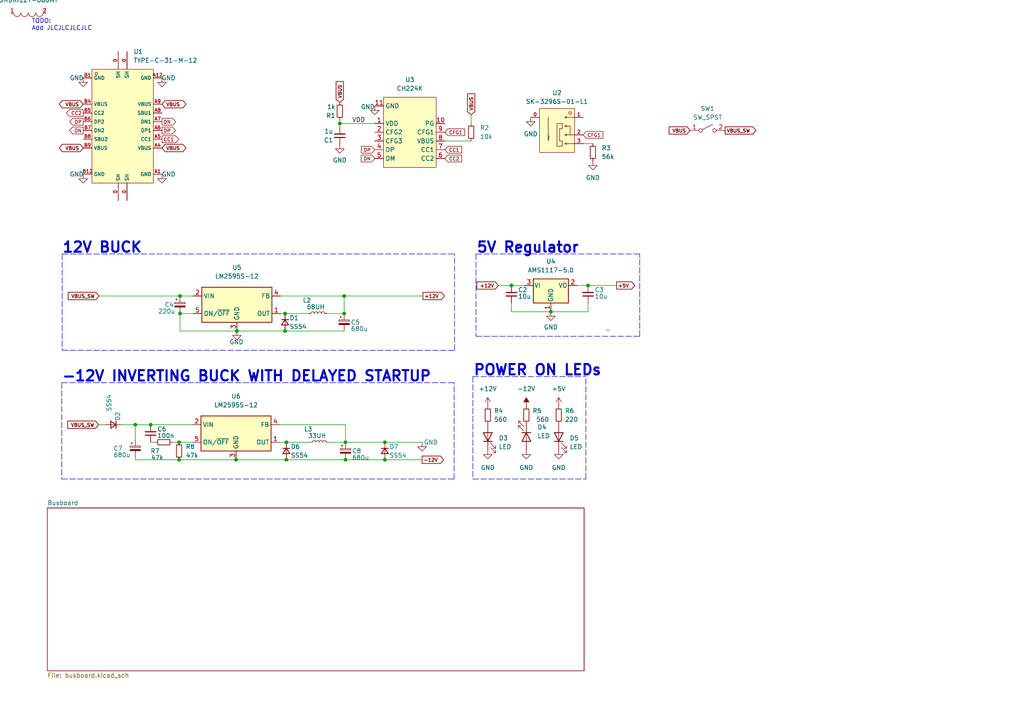
<source format=kicad_sch>
(kicad_sch (version 20211123) (generator eeschema)
  (paper "A4")
  (lib_symbols
    (symbol "Device:C_Polarized_Small" (pin_numbers hide) (pin_names (offset 0.254) hide)
      (property "Reference" "C" (at 0.254 1.778 0))
      (property "Value" "C_Polarized_Small" (at 0.254 -2.032 0))
      (symbol "C_Polarized_Small_0_1"
        (rectangle (start -1.524 -0.3048) (end 1.524 -0.6858) (fill (type outline)))
        (rectangle (start -1.524 0.6858) (end 1.524 0.3048))
        (polyline (pts (xy -1.27 1.524) (xy -0.762 1.524)))
        (polyline (pts (xy -1.016 1.27) (xy -1.016 1.778)))
      )
      (symbol "C_Polarized_Small_1_1"
        (pin passive line (at 0 2.54 270) (length 1.8542) (name "~") (number "1"))
        (pin passive line (at 0 -2.54 90) (length 1.8542) (name "~") (number "2"))
      )
    )
    (symbol "Device:C_Small" (pin_numbers hide) (pin_names (offset 0.254) hide)
      (property "Reference" "C" (at 0.254 1.778 0))
      (property "Value" "C_Small" (at 0.254 -2.032 0))
      (symbol "C_Small_0_1"
        (polyline (pts (xy -1.524 -0.508) (xy 1.524 -0.508)) (stroke (width 0.3302)))
        (polyline (pts (xy -1.524 0.508) (xy 1.524 0.508)) (stroke (width 0.3048)))
      )
      (symbol "C_Small_1_1"
        (pin passive line (at 0 2.54 270) (length 2.032) (name "~") (number "1"))
        (pin passive line (at 0 -2.54 90) (length 2.032) (name "~") (number "2"))
      )
    )
    (symbol "Device:D_Small" (pin_numbers hide) (pin_names (offset 0.254) hide)
      (property "Reference" "D" (at -1.27 2.032 0))
      (property "Value" "D_Small" (at -3.81 -2.032 0))
      (symbol "D_Small_0_1"
        (polyline (pts (xy -0.762 -1.016) (xy -0.762 1.016)) (stroke (width 0.254)))
        (polyline (pts (xy -0.762 0) (xy 0.762 0)))
        (polyline (pts (xy 0.762 -1.016) (xy -0.762 0) (xy 0.762 1.016) (xy 0.762 -1.016)) (stroke (width 0.254)))
      )
      (symbol "D_Small_1_1"
        (pin passive line (at -2.54 0 0) (length 1.778) (name "K") (number "1"))
        (pin passive line (at 2.54 0 180) (length 1.778) (name "A") (number "2"))
      )
    )
    (symbol "Device:LED" (pin_numbers hide) (pin_names (offset 1.016) hide)
      (property "Reference" "D" (at 0 2.54 0))
      (property "Value" "LED" (at 0 -2.54 0))
      (symbol "LED_0_1"
        (polyline (pts (xy -1.27 -1.27) (xy -1.27 1.27)) (stroke (width 0.254)))
        (polyline (pts (xy -1.27 0) (xy 1.27 0)))
        (polyline (pts (xy 1.27 -1.27) (xy 1.27 1.27) (xy -1.27 0) (xy 1.27 -1.27)) (stroke (width 0.254)))
        (polyline (pts (xy -3.048 -0.762) (xy -4.572 -2.286) (xy -3.81 -2.286) (xy -4.572 -2.286) (xy -4.572 -1.524)))
        (polyline (pts (xy -1.778 -0.762) (xy -3.302 -2.286) (xy -2.54 -2.286) (xy -3.302 -2.286) (xy -3.302 -1.524)))
      )
      (symbol "LED_1_1"
        (pin passive line (at -3.81 0 0) (length 2.54) (name "K") (number "1"))
        (pin passive line (at 3.81 0 180) (length 2.54) (name "A") (number "2"))
      )
    )
    (symbol "Device:L_Small" (pin_numbers hide) (pin_names (offset 0.254) hide)
      (property "Reference" "L" (at 0.762 1.016 0))
      (property "Value" "L_Small" (at 0.762 -1.016 0))
      (symbol "L_Small_0_1"
        (arc (start 0 -2.032) (mid 0.508 -1.524) (end 0 -1.016))
        (arc (start 0 -1.016) (mid 0.508 -0.508) (end 0 0))
        (arc (start 0 0) (mid 0.508 0.508) (end 0 1.016))
        (arc (start 0 1.016) (mid 0.508 1.524) (end 0 2.032))
      )
      (symbol "L_Small_1_1"
        (pin passive line (at 0 2.54 270) (length 0.508) (name "~") (number "1"))
        (pin passive line (at 0 -2.54 90) (length 0.508) (name "~") (number "2"))
      )
    )
    (symbol "Device:R_Small" (pin_numbers hide) (pin_names (offset 0.254) hide)
      (property "Reference" "R" (at 0.762 0.508 0))
      (property "Value" "R_Small" (at 0.762 -1.016 0))
      (symbol "R_Small_0_1"
        (rectangle (start -0.762 1.778) (end 0.762 -1.778) (stroke (width 0.2032)))
      )
      (symbol "R_Small_1_1"
        (pin passive line (at 0 2.54 270) (length 0.762) (name "~") (number "1"))
        (pin passive line (at 0 -2.54 90) (length 0.762) (name "~") (number "2"))
      )
    )
    (symbol "PWR1-other:CH224K"
      (property "Reference" "U" (at 3.81 6.35 0))
      (property "Value" "CH224K" (at 17.78 3.81 0))
      (symbol "CH224K_0_0"
        (pin power_in line (at 0 -2.54 0) (length 2.54) (name "VDD") (number "1"))
        (pin input line (at 20.32 -2.54 180) (length 2.54) (name "PG") (number "10"))
        (pin power_in line (at 0 2.54 0) (length 2.54) (name "GND") (number "11"))
        (pin input line (at 0 -5.08 0) (length 2.54) (name "CFG2") (number "2"))
        (pin input line (at 0 -7.62 0) (length 2.54) (name "CFG3") (number "3"))
        (pin input line (at 0 -10.16 0) (length 2.54) (name "DP") (number "4"))
        (pin input line (at 0 -12.7 0) (length 2.54) (name "DM") (number "5"))
        (pin output line (at 20.32 -12.7 180) (length 2.54) (name "CC2") (number "6"))
        (pin input line (at 20.32 -10.16 180) (length 2.54) (name "CC1") (number "7"))
        (pin power_in line (at 20.32 -7.62 180) (length 2.54) (name "VBUS") (number "8"))
        (pin input line (at 20.32 -5.08 180) (length 2.54) (name "CFG1") (number "9"))
      )
      (symbol "CH224K_0_1"
        (rectangle (start 2.54 5.08) (end 17.78 -15.24) (fill (type background)))
      )
    )
    (symbol "PWR1LCSC1:SK-3296S-01-L1" (pin_names hide)
      (property "Reference" "U" (at 0 1.27 0))
      (property "Value" "SK-3296S-01-L1" (at 0 -2.54 0))
      (symbol "SK-3296S-01-L1_0_0"
        (rectangle (start -5.08 -7.62) (end 5.08 -20.32) (fill (type background)))
        (circle (center -3.81 -8.89) (radius 0.381) (fill (type background)))
        (polyline (pts (xy -5.08 -15.24) (xy -2.54 -15.24)))
        (polyline (pts (xy -5.08 -10.16) (xy -2.54 -10.16)))
        (polyline (pts (xy -4.826 -17.78) (xy -2.54 -17.78)))
        (polyline (pts (xy -2.286 -17.78) (xy -2.794 -18.034)))
        (polyline (pts (xy -2.286 -17.78) (xy -2.794 -17.526)))
        (polyline (pts (xy -2.286 -15.24) (xy -2.794 -15.494)))
        (polyline (pts (xy -2.286 -15.24) (xy -2.794 -14.986)))
        (polyline (pts (xy -2.286 -12.7) (xy -2.794 -12.954)))
        (polyline (pts (xy -2.286 -12.7) (xy -2.794 -12.446)))
        (polyline (pts (xy -2.286 -10.16) (xy -2.794 -10.414)))
        (polyline (pts (xy -2.286 -10.16) (xy -2.794 -9.906)))
        (polyline (pts (xy -3.81 -15.24) (xy -3.81 -12.7) (xy -2.54 -12.7)))
        (polyline (pts (xy 2.54 -10.16) (xy 2.54 -17.018) (xy 2.286 -15.494)))
        (polyline (pts (xy -1.524 -11.938) (xy 0 -11.938) (xy 0 -18.542) (xy -1.524 -18.542) (xy -1.524 -17.018) (xy -0.762 -17.018) (xy -0.762 -13.462) (xy -1.524 -13.462) (xy -1.524 -11.938)))
        (pin unspecified line (at 7.62 -10.16 180) (length 2.54) (name "0") (number "0"))
        (pin unspecified line (at -7.62 -10.16 0) (length 2.54) (name "1") (number "1"))
        (pin unspecified line (at -7.62 -15.24 0) (length 2.54) (name "2") (number "2"))
        (pin unspecified line (at -7.62 -17.78 0) (length 2.54) (name "3") (number "3"))
      )
    )
    (symbol "PWR1LCSC1:SMDRI127-680MT" (pin_names hide)
      (property "Reference" "L" (at 0 1.27 0))
      (property "Value" "SMDRI127-680MT" (at 0 -2.54 0))
      (symbol "SMDRI127-680MT_0_0"
        (arc (start -105.8858 63.3989) (mid -104.759 62.5073) (end -103.8674 63.6341))
        (arc (start -103.7318 63.3999) (mid -102.6047 62.5086) (end -101.7135 63.6357))
        (arc (start -101.5804 63.3999) (mid -100.4534 62.5086) (end -99.5622 63.6357))
        (arc (start -99.3872 63.3989) (mid -98.2604 62.5073) (end -97.3688 63.6341))
        (pin unspecified line (at -106.68 63.5 0) (length 0.762) (name "1") (number "1"))
        (pin unspecified line (at -96.52 63.5 180) (length 0.762) (name "2") (number "2"))
      )
    )
    (symbol "PWR1LCSC1:TYPE-C-31-M-12"
      (property "Reference" "U" (at 0 1.27 0))
      (property "Value" "TYPE-C-31-M-12" (at 0 -2.54 0))
      (symbol "TYPE-C-31-M-12_0_0"
        (rectangle (start -7.62 2.54) (end 10.16 -30.48) (fill (type background)))
        (circle (center -6.35 1.27) (radius 0.381) (fill (type background)))
        (pin unspecified line (at 0 -35.56 90) (length 5.08) (name "SH") (number "0"))
        (pin unspecified line (at 0 7.62 270) (length 5.08) (name "SH") (number "0"))
        (pin unspecified line (at 2.54 -35.56 90) (length 5.08) (name "SH") (number "0"))
        (pin unspecified line (at 2.54 7.62 270) (length 5.08) (name "SH") (number "0"))
        (pin unspecified line (at 12.7 -27.94 180) (length 2.54) (name "GND") (number "A1"))
        (pin unspecified line (at 12.7 0 180) (length 2.54) (name "GND") (number "A12"))
        (pin unspecified line (at 12.7 -20.32 180) (length 2.54) (name "VBUS") (number "A4"))
        (pin unspecified line (at 12.7 -17.78 180) (length 2.54) (name "CC1") (number "A5"))
        (pin unspecified line (at 12.7 -15.24 180) (length 2.54) (name "DP1") (number "A6"))
        (pin unspecified line (at 12.7 -12.7 180) (length 2.54) (name "DN1") (number "A7"))
        (pin unspecified line (at 12.7 -10.16 180) (length 2.54) (name "SBU1") (number "A8"))
        (pin unspecified line (at 12.7 -7.62 180) (length 2.54) (name "VBUS") (number "A9"))
        (pin unspecified line (at -10.16 0 0) (length 2.54) (name "GND") (number "B1"))
        (pin unspecified line (at -10.16 -27.94 0) (length 2.54) (name "GND") (number "B12"))
        (pin unspecified line (at -10.16 -7.62 0) (length 2.54) (name "VBUS") (number "B4"))
        (pin unspecified line (at -10.16 -10.16 0) (length 2.54) (name "CC2") (number "B5"))
        (pin unspecified line (at -10.16 -12.7 0) (length 2.54) (name "DP2") (number "B6"))
        (pin unspecified line (at -10.16 -15.24 0) (length 2.54) (name "DN2") (number "B7"))
        (pin unspecified line (at -10.16 -17.78 0) (length 2.54) (name "SBU2") (number "B8"))
        (pin unspecified line (at -10.16 -20.32 0) (length 2.54) (name "VBUS") (number "B9"))
      )
    )
    (symbol "Regulator_Linear:AMS1117-5.0" (pin_names (offset 0.254))
      (property "Reference" "U" (at -3.81 3.175 0))
      (property "Value" "AMS1117-5.0" (at 0 3.175 0))
      (symbol "AMS1117-5.0_0_1"
        (rectangle (start -5.08 -5.08) (end 5.08 1.905) (stroke (width 0.254)) (fill (type background)))
      )
      (symbol "AMS1117-5.0_1_1"
        (pin power_in line (at 0 -7.62 90) (length 2.54) (name "GND") (number "1"))
        (pin power_out line (at 7.62 0 180) (length 2.54) (name "VO") (number "2"))
        (pin power_in line (at -7.62 0 0) (length 2.54) (name "VI") (number "3"))
      )
    )
    (symbol "Regulator_Switching:LM2595S-12"
      (property "Reference" "U" (at -10.16 6.35 0))
      (property "Value" "LM2595S-12" (at 0 6.35 0))
      (symbol "LM2595S-12_0_1"
        (rectangle (start -10.16 5.08) (end 10.16 -5.08) (stroke (width 0.254)) (fill (type background)))
      )
      (symbol "LM2595S-12_1_1"
        (pin output line (at 12.7 -2.54 180) (length 2.54) (name "OUT") (number "1"))
        (pin power_in line (at -12.7 2.54 0) (length 2.54) (name "VIN") (number "2"))
        (pin power_in line (at 0 -7.62 90) (length 2.54) (name "GND") (number "3"))
        (pin input line (at 12.7 2.54 180) (length 2.54) (name "FB") (number "4"))
        (pin input line (at -12.7 -2.54 0) (length 2.54) (name "ON/~{OFF}") (number "5"))
      )
    )
    (symbol "Switch:SW_SPST" (pin_names (offset 0) hide)
      (property "Reference" "SW" (at 0 3.175 0))
      (property "Value" "SW_SPST" (at 0 -2.54 0))
      (symbol "SW_SPST_0_0"
        (circle (center -2.032 0) (radius 0.508))
        (polyline (pts (xy -1.524 0.254) (xy 1.524 1.778)))
        (circle (center 2.032 0) (radius 0.508))
      )
      (symbol "SW_SPST_1_1"
        (pin passive line (at -5.08 0 0) (length 2.54) (name "A") (number "1"))
        (pin passive line (at 5.08 0 180) (length 2.54) (name "B") (number "2"))
      )
    )
    (symbol "power:+12V" (power) (pin_names (offset 0))
      (property "Value" "+12V" (at 0 3.556 0))
      (symbol "+12V_0_1"
        (polyline (pts (xy -0.762 1.27) (xy 0 2.54)))
        (polyline (pts (xy 0 0) (xy 0 2.54)))
        (polyline (pts (xy 0 2.54) (xy 0.762 1.27)))
      )
      (symbol "+12V_1_1"
        (pin power_in line (at 0 0 90) (length 0) hide (name "+12V") (number "1"))
      )
    )
    (symbol "power:+5V" (power) (pin_names (offset 0))
      (property "Value" "+5V" (at 0 3.556 0))
      (symbol "+5V_0_1"
        (polyline (pts (xy -0.762 1.27) (xy 0 2.54)))
        (polyline (pts (xy 0 0) (xy 0 2.54)))
        (polyline (pts (xy 0 2.54) (xy 0.762 1.27)))
      )
      (symbol "+5V_1_1"
        (pin power_in line (at 0 0 90) (length 0) hide (name "+5V") (number "1"))
      )
    )
    (symbol "power:-12V" (power) (pin_names (offset 0))
      (property "Value" "-12V" (at 0 3.81 0))
      (symbol "-12V_0_0"
        (pin power_in line (at 0 0 90) (length 0) hide (name "-12V") (number "1"))
      )
      (symbol "-12V_0_1"
        (polyline (pts (xy 0 0) (xy 0 1.27) (xy 0.762 1.27) (xy 0 2.54) (xy -0.762 1.27) (xy 0 1.27)) (fill (type outline)))
      )
    )
    (symbol "power:GND" (power) (pin_names (offset 0))
      (property "Value" "GND" (at 0 -3.81 0))
      (symbol "GND_0_1"
        (polyline (pts (xy 0 0) (xy 0 -1.27) (xy 1.27 -1.27) (xy 0 -2.54) (xy -1.27 -1.27) (xy 0 -1.27)))
      )
      (symbol "GND_1_1"
        (pin power_in line (at 0 0 270) (length 0) hide (name "GND") (number "1"))
      )
    )
  )
  (junction (at 98.552 35.814))
  (junction (at 51.943 128.27))
  (junction (at 111.633 128.27))
  (junction (at 43.688 123.19))
  (junction (at 52.197 85.852))
  (junction (at 68.453 133.35))
  (junction (at 100.203 133.35))
  (junction (at 52.197 90.932))
  (junction (at 159.766 90.424))
  (junction (at 111.633 133.35))
  (junction (at 51.943 133.35))
  (junction (at 83.058 128.27))
  (junction (at 99.822 90.932))
  (junction (at 82.677 96.012))
  (junction (at 39.243 123.19))
  (junction (at 170.561 82.804))
  (junction (at 68.707 96.012))
  (junction (at 100.203 128.27))
  (junction (at 82.677 90.932))
  (junction (at 148.336 82.804))
  (junction (at 99.822 85.852))
  (junction (at 83.058 133.35))
  (polyline (pts (xy 17.907 110.998) (xy 131.699 110.998)))
  (wire (pts (xy 51.943 128.27) (xy 55.753 128.27)))
  (polyline (pts (xy 185.547 97.536) (xy 185.547 73.66)))
  (wire (pts (xy 167.386 82.804) (xy 170.561 82.804)))
  (wire (pts (xy 100.203 133.35) (xy 111.633 133.35)))
  (wire (pts (xy 52.197 90.932) (xy 56.007 90.932)))
  (wire (pts (xy 170.561 82.804) (xy 178.816 82.804)))
  (wire (pts (xy 98.552 35.814) (xy 98.552 36.83)))
  (wire (pts (xy 111.633 128.27) (xy 122.428 128.27)))
  (wire (pts (xy 28.702 85.852) (xy 52.197 85.852)))
  (polyline (pts (xy 138.049 73.66) (xy 185.547 73.66)))
  (wire (pts (xy 81.407 90.932) (xy 82.677 90.932)))
  (wire (pts (xy 43.688 128.27) (xy 44.958 128.27)))
  (polyline (pts (xy 138.049 73.66) (xy 138.049 97.536)))
  (wire (pts (xy 144.526 82.804) (xy 148.336 82.804)))
  (wire (pts (xy 39.243 133.35) (xy 51.943 133.35)))
  (wire (pts (xy 35.433 123.19) (xy 39.243 123.19)))
  (wire (pts (xy 82.677 96.012) (xy 99.822 96.012)))
  (wire (pts (xy 111.633 133.35) (xy 122.428 133.35)))
  (wire (pts (xy 68.707 96.012) (xy 82.677 96.012)))
  (wire (pts (xy 170.561 90.424) (xy 159.766 90.424)))
  (polyline (pts (xy 131.826 101.6) (xy 131.826 73.66)))
  (polyline (pts (xy 137.16 109.22) (xy 169.926 109.22)))
  (polyline (pts (xy 18.034 101.6) (xy 131.826 101.6)))
  (wire (pts (xy 129.032 40.894) (xy 136.652 40.894)))
  (polyline (pts (xy 131.699 138.938) (xy 131.699 110.998)))
  (wire (pts (xy 169.164 41.656) (xy 171.958 41.656)))
  (wire (pts (xy 68.453 133.35) (xy 83.058 133.35)))
  (wire (pts (xy 136.652 33.274) (xy 136.652 35.814)))
  (polyline (pts (xy 137.16 138.938) (xy 169.926 138.938)))
  (wire (pts (xy 52.197 85.852) (xy 56.007 85.852)))
  (wire (pts (xy 94.742 90.932) (xy 99.822 90.932)))
  (wire (pts (xy 99.822 85.852) (xy 99.822 90.932)))
  (wire (pts (xy 83.058 133.35) (xy 100.203 133.35)))
  (wire (pts (xy 100.203 128.27) (xy 111.633 128.27)))
  (wire (pts (xy 39.243 127.508) (xy 39.243 123.19)))
  (wire (pts (xy 30.353 123.19) (xy 28.575 123.19)))
  (polyline (pts (xy 17.907 110.998) (xy 17.907 138.938)))
  (wire (pts (xy 50.038 128.27) (xy 51.943 128.27)))
  (polyline (pts (xy 137.16 109.22) (xy 137.16 138.938)))
  (polyline (pts (xy 18.034 73.66) (xy 131.826 73.66)))
  (wire (pts (xy 98.552 35.814) (xy 108.712 35.814)))
  (wire (pts (xy 175.768 95.758) (xy 176.784 95.758)))
  (wire (pts (xy 148.336 87.884) (xy 148.336 90.424)))
  (wire (pts (xy 170.561 87.884) (xy 170.561 90.424)))
  (wire (pts (xy 148.336 82.804) (xy 152.146 82.804)))
  (wire (pts (xy 39.243 123.19) (xy 43.688 123.19)))
  (wire (pts (xy 81.407 85.852) (xy 99.822 85.852)))
  (wire (pts (xy 52.197 90.932) (xy 52.197 96.012)))
  (polyline (pts (xy 169.926 138.938) (xy 169.926 109.22)))
  (wire (pts (xy 68.707 96.012) (xy 52.197 96.012)))
  (polyline (pts (xy 17.907 138.938) (xy 131.699 138.938)))
  (wire (pts (xy 81.153 123.19) (xy 100.203 123.19)))
  (wire (pts (xy 82.677 90.932) (xy 89.662 90.932)))
  (wire (pts (xy 83.058 128.27) (xy 90.043 128.27)))
  (polyline (pts (xy 18.034 73.66) (xy 18.034 101.6)))
  (wire (pts (xy 51.943 133.35) (xy 68.453 133.35)))
  (wire (pts (xy 148.336 90.424) (xy 159.766 90.424)))
  (polyline (pts (xy 138.049 97.536) (xy 185.547 97.536)))
  (wire (pts (xy 99.822 85.852) (xy 122.682 85.852)))
  (wire (pts (xy 43.688 123.19) (xy 55.753 123.19)))
  (wire (pts (xy 95.123 128.27) (xy 100.203 128.27)))
  (wire (pts (xy 81.153 128.27) (xy 83.058 128.27)))
  (wire (pts (xy 39.243 132.588) (xy 39.243 133.35)))
  (wire (pts (xy 98.552 34.798) (xy 98.552 35.814)))
  (wire (pts (xy 100.203 123.19) (xy 100.203 128.27)))
  (text "POWER ON LEDs" (at 137.16 109.22 0) (effects (font (size 3 3) (thickness 0.6) bold) (justify left bottom)))
  (text "12V BUCK" (at 17.907 73.66 0) (effects (font (size 3 3) (thickness 0.6) bold) (justify left bottom)))
  (text "5V Regulator" (at 138.049 73.66 0) (effects (font (size 3 3) (thickness 0.6) bold) (justify left bottom)))
  (text "-12V INVERTING BUCK WITH DELAYED STARTUP" (at 17.78 110.998 0) (effects (font (size 3 3) (thickness 0.6) bold) (justify left bottom)))
  (text "TODO:\nAdd JLCJLCJLCJLC" (at 9.144 9.017 0) (effects (font (size 1.27 1.27)) (justify left bottom)))
  (label "VDD" (at 102.108 35.814 0))
  (global_label "CC1" (shape input) (at 129.032 43.434 0) (effects (font (size 1 1))) (property "Intersheet References" "${INTERSHEET_REFS}" (effects hide)))
  (global_label "CFG1" (shape input) (at 169.164 39.116 0) (effects (font (size 1 1))) (property "Intersheet References" "${INTERSHEET_REFS}" (effects hide)))
  (global_label "-12V" (shape output) (at 122.428 133.35 0) (effects (font (size 1 1) (thickness 0.2) bold)) (property "Intersheet References" "${INTERSHEET_REFS}" (effects hide)))
  (global_label "DN" (shape input) (at 108.712 45.974 180) (effects (font (size 1 1))) (property "Intersheet References" "${INTERSHEET_REFS}" (effects hide)))
  (global_label "+12V" (shape output) (at 122.682 85.852 0) (effects (font (size 1 1) (thickness 0.2) bold)) (property "Intersheet References" "${INTERSHEET_REFS}" (effects hide)))
  (global_label "CC2" (shape output) (at 24.13 32.766 180) (effects (font (size 1 1))) (property "Intersheet References" "${INTERSHEET_REFS}" (effects hide)))
  (global_label "DP" (shape output) (at 46.99 37.846 0) (effects (font (size 1 1))) (property "Intersheet References" "${INTERSHEET_REFS}" (effects hide)))
  (global_label "+5V" (shape output) (at 178.816 82.804 0) (effects (font (size 1 1) (thickness 0.2) bold)) (property "Intersheet References" "${INTERSHEET_REFS}" (effects hide)))
  (global_label "VBUS" (shape bidirectional) (at 46.99 42.926 0) (effects (font (size 1 1) (thickness 0.2) bold)) (property "Intersheet References" "${INTERSHEET_REFS}" (effects hide)))
  (global_label "VBUS" (shape bidirectional) (at 24.13 42.926 180) (effects (font (size 1 1) (thickness 0.2) bold)) (property "Intersheet References" "${INTERSHEET_REFS}" (effects hide)))
  (global_label "VBUS" (shape bidirectional) (at 24.13 30.226 180) (effects (font (size 1 1) (thickness 0.2) bold)) (property "Intersheet References" "${INTERSHEET_REFS}" (effects hide)))
  (global_label "CFG1" (shape input) (at 129.032 38.354 0) (effects (font (size 1 1))) (property "Intersheet References" "${INTERSHEET_REFS}" (effects hide)))
  (global_label "VBUS" (shape input) (at 136.652 33.274 90) (effects (font (size 1 1) bold)) (property "Intersheet References" "${INTERSHEET_REFS}" (effects hide)))
  (global_label "VBUS" (shape input) (at 98.552 29.718 90) (effects (font (size 1 1) (thickness 0.2) bold)) (property "Intersheet References" "${INTERSHEET_REFS}" (effects hide)))
  (global_label "CC2" (shape input) (at 129.032 45.974 0) (effects (font (size 1 1))) (property "Intersheet References" "${INTERSHEET_REFS}" (effects hide)))
  (global_label "VBUS" (shape input) (at 200.152 37.846 180) (effects (font (size 1 1) (thickness 0.2) bold)) (property "Intersheet References" "${INTERSHEET_REFS}" (effects hide)))
  (global_label "DN" (shape output) (at 46.99 35.306 0) (effects (font (size 1 1))) (property "Intersheet References" "${INTERSHEET_REFS}" (effects hide)))
  (global_label "VBUS_SW" (shape input) (at 28.575 123.19 180) (effects (font (size 1 1) (thickness 0.2) bold)) (property "Intersheet References" "${INTERSHEET_REFS}" (effects hide)))
  (global_label "DN" (shape output) (at 24.13 37.846 180) (effects (font (size 1 1))) (property "Intersheet References" "${INTERSHEET_REFS}" (effects hide)))
  (global_label "CC1" (shape output) (at 46.99 40.386 0) (effects (font (size 1 1))) (property "Intersheet References" "${INTERSHEET_REFS}" (effects hide)))
  (global_label "DP" (shape output) (at 24.13 35.306 180) (effects (font (size 1 1))) (property "Intersheet References" "${INTERSHEET_REFS}" (effects hide)))
  (global_label "DP" (shape input) (at 108.712 43.434 180) (effects (font (size 1 1))) (property "Intersheet References" "${INTERSHEET_REFS}" (effects hide)))
  (global_label "VBUS" (shape bidirectional) (at 46.99 30.226 0) (effects (font (size 1 1) (thickness 0.2) bold)) (property "Intersheet References" "${INTERSHEET_REFS}" (effects hide)))
  (global_label "+12V" (shape input) (at 144.526 82.804 180) (effects (font (size 1 1) (thickness 0.2) bold)) (property "Intersheet References" "${INTERSHEET_REFS}" (effects hide)))
  (global_label "VBUS_SW" (shape output) (at 210.312 37.846 0) (effects (font (size 1 1) (thickness 0.2) bold)) (property "Intersheet References" "${INTERSHEET_REFS}" (effects hide)))
  (global_label "VBUS_SW" (shape input) (at 28.702 85.852 180) (effects (font (size 1 1) (thickness 0.2) bold)) (property "Intersheet References" "${INTERSHEET_REFS}" (effects hide)))
  (symbol (lib_id "Device:C_Polarized_Small") (at 100.203 130.81 0) (unit 1)
    (property "Reference" "C8" (at 102.108 130.81 0) (effects (justify left)))
    (property "Value" "680u" (at 102.108 132.715 0) (effects (justify left)))
    (property "Footprint" "Capacitor_SMD:CP_Elec_10x10" (effects hide))
    (property "Datasheet" "https://jlcpcb.com/partdetail/Nichicon-UCD1H221MNL1GS/C116211" (effects hide))
  )
  (symbol (lib_id "power:GND") (at 108.712 30.734 0) (unit 1)
    (property "Reference" "#PWR03" (effects hide))
    (property "Value" "GND" (at 106.68 30.988 0))
  )
  (symbol (lib_id "PWR1-other:CH224K") (at 108.712 33.274 0) (unit 1)
    (property "Reference" "U3" (at 118.872 23.114 0))
    (property "Value" "CH224K" (at 118.872 25.654 0))
    (property "Footprint" "footprint:SSOP-10_L5.0-W3.9-P1.00-LS6.0-BL-EP" (effects hide))
    (property "Datasheet" "https://www.lcsc.com/product-detail/USB-ICs_WCH-Jiangsu-Qin-Heng-CH224K_C970725.html" (effects hide))
  )
  (symbol (lib_id "Device:C_Small") (at 43.688 125.73 180) (unit 1)
    (property "Reference" "C6" (at 45.593 124.46 0) (effects (justify right)))
    (property "Value" "100n" (at 45.593 126.365 0) (effects (justify right)))
    (property "Footprint" "Capacitor_SMD:C_0603_1608Metric" (effects hide))
  )
  (symbol (lib_id "Device:C_Small") (at 98.552 39.37 180) (unit 1)
    (property "Reference" "C1" (at 96.647 40.64 0) (effects (justify left)))
    (property "Value" "1u" (at 96.647 38.1 0) (effects (justify left)))
    (property "Footprint" "Capacitor_SMD:C_0603_1608Metric" (effects hide))
    (property "Datasheet" "https://jlcpcb.com/partdetail/16531-CL10A105KB8NNNC/C15849" (effects hide))
  )
  (symbol (lib_id "power:GND") (at 46.99 22.606 0) (unit 1)
    (property "Reference" "#PWR02" (effects hide))
    (property "Value" "GND" (at 48.895 22.606 0))
  )
  (symbol (lib_id "power:GND") (at 162.052 130.556 0) (unit 1)
    (property "Reference" "#PWR017" (effects hide))
    (property "Value" "GND" (at 162.052 135.636 0))
  )
  (symbol (lib_id "PWR1LCSC1:SK-3296S-01-L1") (at 161.544 23.876 0) (mirror y) (unit 1)
    (property "Reference" "U2" (at 161.544 26.924 0))
    (property "Value" "SK-3296S-01-L1" (at 161.544 29.464 0))
    (property "Footprint" "footprint:SW-SMD_3P-P1.50_L2.7-W6.6" (effects hide))
    (property "Datasheet" "https://item.szlcsc.com/product/jpg_300112_0.html" (effects hide))
    (property "LCSC" "C319020" (effects hide))
  )
  (symbol (lib_id "power:GND") (at 171.958 46.736 0) (unit 1)
    (property "Reference" "#PWR06" (effects hide))
    (property "Value" "GND" (at 171.958 51.562 0))
  )
  (symbol (lib_id "Device:LED") (at 141.478 126.746 90) (unit 1)
    (property "Reference" "D3" (at 144.653 127.0634 90) (effects (justify right)))
    (property "Value" "LED" (at 144.653 129.6034 90) (effects (justify right)))
    (property "Footprint" "LED_SMD:LED_0603_1608Metric" (effects hide))
    (property "Datasheet" "https://jlcpcb.com/partdetail/Hubei_KentoElec-KT0603R/C2286" (effects hide))
  )
  (symbol (lib_id "power:-12V") (at 152.654 117.856 0) (unit 1)
    (property "Reference" "#PWR012" (effects hide))
    (property "Value" "-12V" (at 152.654 112.776 0))
  )
  (symbol (lib_id "Device:R_Small") (at 162.052 120.396 0) (unit 1)
    (property "Reference" "R6" (at 163.83 119.1259 0) (effects (justify left)))
    (property "Value" "220" (at 163.83 121.6659 0) (effects (justify left)))
    (property "Footprint" "Resistor_SMD:R_0603_1608Metric" (effects hide))
    (property "Datasheet" "https://jlcpcb.com/partdetail/23689-0603WAF2200T5E/C22962" (effects hide))
  )
  (symbol (lib_id "Device:C_Polarized_Small") (at 39.243 130.048 0) (unit 1)
    (property "Reference" "C7" (at 32.893 130.048 0) (effects (justify left)))
    (property "Value" "680u" (at 32.893 131.953 0) (effects (justify left)))
    (property "Footprint" "Capacitor_SMD:CP_Elec_10x10" (effects hide))
    (property "Datasheet" "https://jlcpcb.com/partdetail/Nichicon-UCD1H221MNL1GS/C116211" (effects hide))
  )
  (symbol (lib_id "Device:R_Small") (at 171.958 44.196 0) (unit 1)
    (property "Reference" "R3" (at 174.498 42.9259 0) (effects (justify left)))
    (property "Value" "56k" (at 174.498 45.4659 0) (effects (justify left)))
    (property "Footprint" "Resistor_SMD:R_0603_1608Metric" (effects hide))
  )
  (symbol (lib_id "power:GND") (at 152.654 130.556 0) (unit 1)
    (property "Reference" "#PWR016" (effects hide))
    (property "Value" "GND" (at 152.654 135.636 0))
  )
  (symbol (lib_id "Device:LED") (at 162.052 126.746 90) (unit 1)
    (property "Reference" "D5" (at 165.227 127.0634 90) (effects (justify right)))
    (property "Value" "LED" (at 165.227 129.6034 90) (effects (justify right)))
    (property "Footprint" "LED_SMD:LED_0603_1608Metric" (effects hide))
    (property "Datasheet" "https://jlcpcb.com/partdetail/Hubei_KentoElec-KT0603R/C2286" (effects hide))
  )
  (symbol (lib_id "power:GND") (at 159.766 90.424 0) (unit 1)
    (property "Reference" "#PWR09" (effects hide))
    (property "Value" "GND" (at 159.766 94.869 0))
  )
  (symbol (lib_id "power:GND") (at 46.99 50.546 0) (unit 1)
    (property "Reference" "#PWR08" (effects hide))
    (property "Value" "GND" (at 48.895 50.546 0))
  )
  (symbol (lib_id "Regulator_Linear:AMS1117-5.0") (at 159.766 82.804 0) (unit 1)
    (property "Reference" "U4" (at 159.766 75.819 0))
    (property "Value" "AMS1117-5.0" (at 159.766 78.359 0))
    (property "Footprint" "Package_TO_SOT_SMD:SOT-223-3_TabPin2" (effects hide))
    (property "Datasheet" "http://www.advanced-monolithic.com/pdf/ds1117.pdf" (effects hide))
  )
  (symbol (lib_id "Device:R_Small") (at 141.478 120.396 0) (unit 1)
    (property "Reference" "R4" (at 143.256 119.1259 0) (effects (justify left)))
    (property "Value" "560" (at 143.256 121.6659 0) (effects (justify left)))
    (property "Footprint" "Resistor_SMD:R_0603_1608Metric" (effects hide))
    (property "Datasheet" "https://jlcpcb.com/partdetail/23931-0603WAF5600T5E/C23204" (effects hide))
  )
  (symbol (lib_id "Device:L_Small") (at 92.583 128.27 90) (unit 1)
    (property "Reference" "L3" (at 89.408 124.46 90))
    (property "Value" "33UH" (at 91.948 126.365 90))
    (property "Footprint" "Inductor_SMD:L_12x12mm_H8mm" (effects hide))
    (property "Datasheet" "https://jlcpcb.com/partdetail/sxn_shun_Xiang_Nuo_elec-SMDRI127330MT/C9400" (effects hide))
  )
  (symbol (lib_id "Device:D_Small") (at 32.893 123.19 180) (unit 1)
    (property "Reference" "D2" (at 34.163 119.38 90) (effects (justify left)))
    (property "Value" "SS54" (at 31.623 114.3 90) (effects (justify left)))
    (property "Footprint" "Diode_SMD:D_SMA" (effects hide))
  )
  (symbol (lib_id "Device:R_Small") (at 51.943 130.81 0) (unit 1)
    (property "Reference" "R8" (at 53.848 129.5399 0) (effects (justify left)))
    (property "Value" "47k" (at 53.848 132.0799 0) (effects (justify left)))
    (property "Footprint" "Resistor_SMD:R_0603_1608Metric" (effects hide))
    (property "Datasheet" "https://jlcpcb.com/partdetail/26562-0603WAF4702T5E/C25819" (effects hide))
  )
  (symbol (lib_id "power:+5V") (at 162.052 117.856 0) (unit 1)
    (property "Reference" "#PWR013" (effects hide))
    (property "Value" "+5V" (at 162.052 112.776 0))
  )
  (symbol (lib_id "Device:D_Small") (at 83.058 130.81 270) (unit 1)
    (property "Reference" "D6" (at 84.328 129.54 90) (effects (justify left)))
    (property "Value" "SS54" (at 84.328 132.08 90) (effects (justify left)))
    (property "Footprint" "Diode_SMD:D_SMA" (effects hide))
    (property "Datasheet" "https://jlcpcb.com/partdetail/mdd_microdiode_electronics-SS54/C22452" (effects hide))
  )
  (symbol (lib_id "Device:C_Polarized_Small") (at 99.822 93.472 0) (unit 1)
    (property "Reference" "C5" (at 101.727 93.472 0) (effects (justify left)))
    (property "Value" "680u" (at 101.727 95.377 0) (effects (justify left)))
    (property "Footprint" "Capacitor_SMD:CP_Elec_10x10" (effects hide))
    (property "Datasheet" "https://jlcpcb.com/partdetail/Nichicon-UCD1H221MNL1GS/C116211" (effects hide))
  )
  (symbol (lib_id "power:GND") (at 153.924 34.036 0) (unit 1)
    (property "Reference" "#PWR04" (effects hide))
    (property "Value" "GND" (at 153.924 38.862 0))
  )
  (symbol (lib_id "Switch:SW_SPST") (at 205.232 37.846 0) (unit 1)
    (property "Reference" "SW1" (at 205.232 31.496 0))
    (property "Value" "SW_SPST" (at 205.232 34.036 0))
    (property "Footprint" "TerminalBlock:TerminalBlock_Altech_AK300-2_P5.00mm" (effects hide))
    (property "Datasheet" "DNF" (effects hide))
  )
  (symbol (lib_id "Device:R_Small") (at 98.552 32.258 180) (unit 1)
    (property "Reference" "R1" (at 97.282 33.528 0) (effects (justify left)))
    (property "Value" "1k" (at 97.282 30.988 0) (effects (justify left)))
    (property "Footprint" "Resistor_SMD:R_0603_1608Metric" (effects hide))
  )
  (symbol (lib_id "power:GND") (at 122.428 128.27 0) (unit 1)
    (property "Reference" "#PWR014" (effects hide))
    (property "Value" "GND" (at 124.968 128.27 0))
  )
  (symbol (lib_id "Device:R_Small") (at 47.498 128.27 270) (unit 1)
    (property "Reference" "R7" (at 44.958 130.81 90))
    (property "Value" "47k" (at 45.593 132.715 90))
    (property "Footprint" "Resistor_SMD:R_0603_1608Metric" (effects hide))
    (property "Datasheet" "https://jlcpcb.com/partdetail/26562-0603WAF4702T5E/C25819" (effects hide))
  )
  (symbol (lib_id "PWR1LCSC1:SMDRI127-680MT") (at 109.855 67.31 0) (unit 1)
    (property "Reference" "L1" (at 8.255 -1.27 0))
    (property "Value" "SMDRI127-680MT" (at 8.255 0 0))
    (property "Footprint" "footprint:IND-SMD_L12.3-W12.3_SMDRI127" (effects hide))
    (property "Datasheet" "https://item.szlcsc.com/10693.html" (effects hide))
    (property "LCSC" "C9907" (effects hide))
    (property "Inductance" "68uH" (effects hide))
  )
  (symbol (lib_id "power:GND") (at 68.707 96.012 0) (unit 1)
    (property "Reference" "#PWR010" (effects hide))
    (property "Value" "GND" (at 68.58 99.187 0))
  )
  (symbol (lib_id "Device:C_Small") (at 170.561 85.344 180) (unit 1)
    (property "Reference" "C3" (at 172.466 84.074 0) (effects (justify right)))
    (property "Value" "10u" (at 172.466 85.979 0) (effects (justify right)))
    (property "Footprint" "Capacitor_SMD:C_0603_1608Metric" (effects hide))
    (property "Datasheet" "https://jlcpcb.com/partdetail/97651-CL10A106MA8NRNC/C96446" (effects hide))
    (property "JLC Status" "Basic" (effects hide))
  )
  (symbol (lib_id "Device:R_Small") (at 136.652 38.354 0) (unit 1)
    (property "Reference" "R2" (at 139.192 37.0839 0) (effects (justify left)))
    (property "Value" "10k" (at 139.192 39.6239 0) (effects (justify left)))
    (property "Footprint" "Resistor_SMD:R_0603_1608Metric" (effects hide))
  )
  (symbol (lib_id "Device:R_Small") (at 152.654 120.396 0) (unit 1)
    (property "Reference" "R5" (at 154.432 119.1259 0) (effects (justify left)))
    (property "Value" "560" (at 155.448 121.6659 0) (effects (justify left)))
    (property "Footprint" "Resistor_SMD:R_0603_1608Metric" (effects hide))
    (property "Datasheet" "https://jlcpcb.com/partdetail/23931-0603WAF5600T5E/C23204" (effects hide))
  )
  (symbol (lib_id "Device:C_Small") (at 148.336 85.344 180) (unit 1)
    (property "Reference" "C2" (at 150.241 84.074 0) (effects (justify right)))
    (property "Value" "10u" (at 150.241 85.979 0) (effects (justify right)))
    (property "Footprint" "Capacitor_SMD:C_0603_1608Metric" (effects hide))
    (property "Datasheet" "https://jlcpcb.com/partdetail/97651-CL10A106MA8NRNC/C96446" (effects hide))
  )
  (symbol (lib_id "Device:LED") (at 152.654 126.746 270) (unit 1)
    (property "Reference" "D4" (at 155.829 123.8884 90) (effects (justify left)))
    (property "Value" "LED" (at 155.829 126.4284 90) (effects (justify left)))
    (property "Footprint" "LED_SMD:LED_0603_1608Metric" (effects hide))
    (property "Datasheet" "https://jlcpcb.com/partdetail/Hubei_KentoElec-KT0603R/C2286" (effects hide))
  )
  (symbol (lib_id "power:GND") (at 98.552 41.91 0) (unit 1)
    (property "Reference" "#PWR05" (effects hide))
    (property "Value" "GND" (at 98.552 46.482 0))
  )
  (symbol (lib_id "Device:L_Small") (at 92.202 90.932 90) (unit 1)
    (property "Reference" "L2" (at 89.027 87.122 90))
    (property "Value" "68UH" (at 91.567 89.027 90))
    (property "Footprint" "Inductor_SMD:L_12x12mm_H6mm" (effects hide))
    (property "Datasheet" "https://jlcpcb.com/partdetail/sxn_shun_Xiang_Nuo_elec-SMDRI127680MT/C9907" (effects hide))
  )
  (symbol (lib_id "Regulator_Switching:LM2595S-12") (at 68.707 88.392 0) (unit 1)
    (property "Reference" "U5" (at 68.707 77.597 0))
    (property "Value" "LM2595S-12" (at 68.707 80.137 0))
    (property "Footprint" "Package_TO_SOT_SMD:TO-263-5_TabPin3" (effects hide))
    (property "Datasheet" "http://www.ti.com.cn/cn/lit/ds/symlink/lm2595.pdf" (effects hide))
  )
  (symbol (lib_id "Device:D_Small") (at 82.677 93.472 270) (unit 1)
    (property "Reference" "D1" (at 83.947 92.202 90) (effects (justify left)))
    (property "Value" "SS54" (at 83.947 94.742 90) (effects (justify left)))
    (property "Footprint" "Diode_SMD:D_SMA" (effects hide))
    (property "Datasheet" "https://jlcpcb.com/partdetail/mdd_microdiode_electronics-SS54/C22452" (effects hide))
  )
  (symbol (lib_id "power:+12V") (at 141.478 117.856 0) (unit 1)
    (property "Reference" "#PWR011" (effects hide))
    (property "Value" "+12V" (at 141.478 112.776 0))
  )
  (symbol (lib_id "PWR1LCSC1:TYPE-C-31-M-12") (at 34.29 22.606 0) (unit 1)
    (property "Reference" "U1" (at 38.7009 14.986 0) (effects (justify left)))
    (property "Value" "TYPE-C-31-M-12" (at 38.7009 17.526 0) (effects (justify left)))
    (property "Footprint" "footprint:USB-C_SMD-TYPE-C-31-M-12" (effects hide))
    (property "Datasheet" "https://so.szlcsc.com/global.html?c=&k=C165948" (effects hide))
    (property "LCSC" "C165948" (effects hide))
  )
  (symbol (lib_id "power:GND") (at 24.13 50.546 0) (unit 1)
    (property "Reference" "#PWR07" (effects hide))
    (property "Value" "GND" (at 22.225 50.546 0))
  )
  (symbol (lib_id "Regulator_Switching:LM2595S-12") (at 68.453 125.73 0) (unit 1)
    (property "Reference" "U6" (at 68.453 114.935 0))
    (property "Value" "LM2595S-12" (at 68.453 117.475 0))
    (property "Footprint" "Package_TO_SOT_SMD:TO-263-5_TabPin3" (effects hide))
    (property "Datasheet" "http://www.ti.com.cn/cn/lit/ds/symlink/lm2595.pdf" (effects hide))
  )
  (symbol (lib_id "Device:C_Polarized_Small") (at 52.197 88.392 0) (unit 1)
    (property "Reference" "C4" (at 47.752 88.392 0) (effects (justify left)))
    (property "Value" "220u" (at 45.847 90.297 0) (effects (justify left)))
    (property "Footprint" "Capacitor_SMD:CP_Elec_10x10" (effects hide))
    (property "Datasheet" "https://jlcpcb.com/partdetail/Nichicon-UCD1H221MNL1GS/C116211" (effects hide))
  )
  (symbol (lib_id "power:GND") (at 141.478 130.556 0) (unit 1)
    (property "Reference" "#PWR015" (effects hide))
    (property "Value" "GND" (at 141.478 135.636 0))
  )
  (symbol (lib_id "power:GND") (at 24.13 22.606 0) (unit 1)
    (property "Reference" "#PWR01" (effects hide))
    (property "Value" "GND" (at 22.225 22.606 0))
  )
  (symbol (lib_id "Device:D_Small") (at 111.633 130.81 270) (unit 1)
    (property "Reference" "D7" (at 112.903 129.54 90) (effects (justify left)))
    (property "Value" "SS54" (at 112.903 132.08 90) (effects (justify left)))
    (property "Footprint" "Diode_SMD:D_SMA" (effects hide))
    (property "Datasheet" "https://jlcpcb.com/partdetail/mdd_microdiode_electronics-SS54/C22452" (effects hide))
  )
  (sheet (at 13.716 147.32) (size 155.702 47.244) (stroke (width 0.1524))
    (property "Sheet name" "Busboard" (at 13.716 146.6084 0) (effects (justify left bottom)))
    (property "Sheet file" "busboard.kicad_sch" (at 13.716 195.1486 0) (effects (justify left top)))
  )
)
</source>
